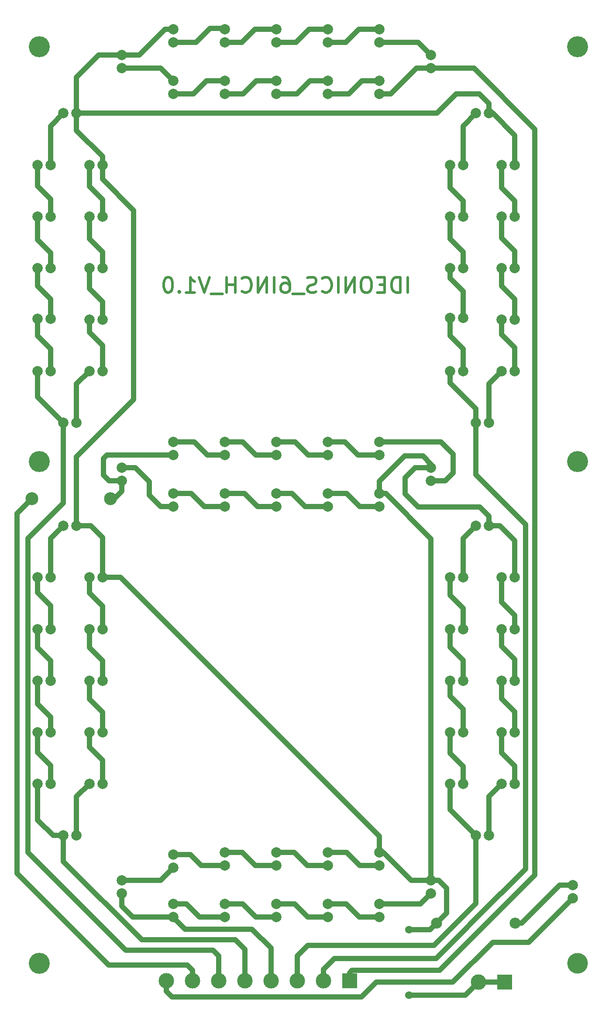
<source format=gbl>
G04 (created by PCBNEW (2013-07-07 BZR 4022)-stable) date 2/5/2016 12:24:54 PM*
%MOIN*%
G04 Gerber Fmt 3.4, Leading zero omitted, Abs format*
%FSLAX34Y34*%
G01*
G70*
G90*
G04 APERTURE LIST*
%ADD10C,0.00590551*%
%ADD11C,0.019685*%
%ADD12C,0.0787*%
%ADD13C,0.0843701*%
%ADD14C,0.0984252*%
%ADD15C,0.16*%
%ADD16C,0.15748*%
%ADD17R,0.1181X0.1181*%
%ADD18C,0.1181*%
%ADD19C,0.06*%
%ADD20C,0.0393701*%
G04 APERTURE END LIST*
G54D10*
G54D11*
X41880Y-32578D02*
X41880Y-31396D01*
X41317Y-32578D02*
X41317Y-31396D01*
X41036Y-31396D01*
X40867Y-31453D01*
X40755Y-31565D01*
X40698Y-31678D01*
X40642Y-31903D01*
X40642Y-32071D01*
X40698Y-32296D01*
X40755Y-32409D01*
X40867Y-32521D01*
X41036Y-32578D01*
X41317Y-32578D01*
X40136Y-31959D02*
X39742Y-31959D01*
X39574Y-32578D02*
X40136Y-32578D01*
X40136Y-31396D01*
X39574Y-31396D01*
X38842Y-31396D02*
X38617Y-31396D01*
X38505Y-31453D01*
X38393Y-31565D01*
X38336Y-31790D01*
X38336Y-32184D01*
X38393Y-32409D01*
X38505Y-32521D01*
X38617Y-32578D01*
X38842Y-32578D01*
X38955Y-32521D01*
X39067Y-32409D01*
X39124Y-32184D01*
X39124Y-31790D01*
X39067Y-31565D01*
X38955Y-31453D01*
X38842Y-31396D01*
X37830Y-32578D02*
X37830Y-31396D01*
X37155Y-32578D01*
X37155Y-31396D01*
X36593Y-32578D02*
X36593Y-31396D01*
X35355Y-32465D02*
X35412Y-32521D01*
X35580Y-32578D01*
X35693Y-32578D01*
X35862Y-32521D01*
X35974Y-32409D01*
X36030Y-32296D01*
X36087Y-32071D01*
X36087Y-31903D01*
X36030Y-31678D01*
X35974Y-31565D01*
X35862Y-31453D01*
X35693Y-31396D01*
X35580Y-31396D01*
X35412Y-31453D01*
X35355Y-31509D01*
X34905Y-32521D02*
X34737Y-32578D01*
X34456Y-32578D01*
X34343Y-32521D01*
X34287Y-32465D01*
X34231Y-32353D01*
X34231Y-32240D01*
X34287Y-32128D01*
X34343Y-32071D01*
X34456Y-32015D01*
X34680Y-31959D01*
X34793Y-31903D01*
X34849Y-31846D01*
X34905Y-31734D01*
X34905Y-31621D01*
X34849Y-31509D01*
X34793Y-31453D01*
X34680Y-31396D01*
X34399Y-31396D01*
X34231Y-31453D01*
X34006Y-32690D02*
X33106Y-32690D01*
X32318Y-31396D02*
X32543Y-31396D01*
X32656Y-31453D01*
X32712Y-31509D01*
X32824Y-31678D01*
X32881Y-31903D01*
X32881Y-32353D01*
X32824Y-32465D01*
X32768Y-32521D01*
X32656Y-32578D01*
X32431Y-32578D01*
X32318Y-32521D01*
X32262Y-32465D01*
X32206Y-32353D01*
X32206Y-32071D01*
X32262Y-31959D01*
X32318Y-31903D01*
X32431Y-31846D01*
X32656Y-31846D01*
X32768Y-31903D01*
X32824Y-31959D01*
X32881Y-32071D01*
X31700Y-32578D02*
X31700Y-31396D01*
X31137Y-32578D02*
X31137Y-31396D01*
X30462Y-32578D01*
X30462Y-31396D01*
X29225Y-32465D02*
X29281Y-32521D01*
X29450Y-32578D01*
X29562Y-32578D01*
X29731Y-32521D01*
X29844Y-32409D01*
X29900Y-32296D01*
X29956Y-32071D01*
X29956Y-31903D01*
X29900Y-31678D01*
X29844Y-31565D01*
X29731Y-31453D01*
X29562Y-31396D01*
X29450Y-31396D01*
X29281Y-31453D01*
X29225Y-31509D01*
X28719Y-32578D02*
X28719Y-31396D01*
X28719Y-31959D02*
X28044Y-31959D01*
X28044Y-32578D02*
X28044Y-31396D01*
X27763Y-32690D02*
X26863Y-32690D01*
X26750Y-31396D02*
X26357Y-32578D01*
X25963Y-31396D01*
X24950Y-32578D02*
X25625Y-32578D01*
X25288Y-32578D02*
X25288Y-31396D01*
X25400Y-31565D01*
X25513Y-31678D01*
X25625Y-31734D01*
X24444Y-32465D02*
X24388Y-32521D01*
X24444Y-32578D01*
X24501Y-32521D01*
X24444Y-32465D01*
X24444Y-32578D01*
X23657Y-31396D02*
X23544Y-31396D01*
X23432Y-31453D01*
X23376Y-31509D01*
X23319Y-31621D01*
X23263Y-31846D01*
X23263Y-32128D01*
X23319Y-32353D01*
X23376Y-32465D01*
X23432Y-32521D01*
X23544Y-32578D01*
X23657Y-32578D01*
X23769Y-32521D01*
X23826Y-32465D01*
X23882Y-32353D01*
X23938Y-32128D01*
X23938Y-31846D01*
X23882Y-31621D01*
X23826Y-31509D01*
X23769Y-31453D01*
X23657Y-31396D01*
G54D12*
X14638Y-62198D03*
X13638Y-62198D03*
X18575Y-30702D03*
X17575Y-30702D03*
X18575Y-26765D03*
X17575Y-26765D03*
X16607Y-74009D03*
X15607Y-74009D03*
X16607Y-50387D03*
X15607Y-50387D03*
X18575Y-66135D03*
X17575Y-66135D03*
X18575Y-62198D03*
X17575Y-62198D03*
X18575Y-58261D03*
X17575Y-58261D03*
X18575Y-54324D03*
X17575Y-54324D03*
X14638Y-66135D03*
X13638Y-66135D03*
X18575Y-38576D03*
X17575Y-38576D03*
X14638Y-58261D03*
X13638Y-58261D03*
X14638Y-54324D03*
X13638Y-54324D03*
X43666Y-14454D03*
X43666Y-15454D03*
X23981Y-12485D03*
X23981Y-13485D03*
X20044Y-14454D03*
X20044Y-15454D03*
X31855Y-12485D03*
X31855Y-13485D03*
X35792Y-12485D03*
X35792Y-13485D03*
X35792Y-43981D03*
X35792Y-44981D03*
X20044Y-45950D03*
X20044Y-46950D03*
X43666Y-45950D03*
X43666Y-46950D03*
X39729Y-47918D03*
X39729Y-48918D03*
X35792Y-47918D03*
X35792Y-48918D03*
X31855Y-47918D03*
X31855Y-48918D03*
X27918Y-47918D03*
X27918Y-48918D03*
X27918Y-43981D03*
X27918Y-44981D03*
X31855Y-43981D03*
X31855Y-44981D03*
X18575Y-34639D03*
X17575Y-34639D03*
X39729Y-43981D03*
X39729Y-44981D03*
X14638Y-38576D03*
X13638Y-38576D03*
X18575Y-22828D03*
X17575Y-22828D03*
X16607Y-18891D03*
X15607Y-18891D03*
X14638Y-26765D03*
X13638Y-26765D03*
X14638Y-22828D03*
X13638Y-22828D03*
X14638Y-30702D03*
X13638Y-30702D03*
X27918Y-12485D03*
X27918Y-13485D03*
X27918Y-75320D03*
X27918Y-76320D03*
X46134Y-62198D03*
X45134Y-62198D03*
X46134Y-70072D03*
X45134Y-70072D03*
X50071Y-70072D03*
X49071Y-70072D03*
X50071Y-66135D03*
X49071Y-66135D03*
X50071Y-62198D03*
X49071Y-62198D03*
X39729Y-75320D03*
X39729Y-76320D03*
X35792Y-75320D03*
X35792Y-76320D03*
X31855Y-75320D03*
X31855Y-76320D03*
X35792Y-16422D03*
X35792Y-17422D03*
X27918Y-79257D03*
X27918Y-80257D03*
X31855Y-79257D03*
X31855Y-80257D03*
X35792Y-79257D03*
X35792Y-80257D03*
X39729Y-79257D03*
X39729Y-80257D03*
X20044Y-77446D03*
X20044Y-78446D03*
X43666Y-77446D03*
X43666Y-78446D03*
X50071Y-58261D03*
X49071Y-58261D03*
X50071Y-22828D03*
X49071Y-22828D03*
X46134Y-58261D03*
X45134Y-58261D03*
X31855Y-16422D03*
X31855Y-17422D03*
X27918Y-16422D03*
X27918Y-17422D03*
X23981Y-16422D03*
X23981Y-17422D03*
X46134Y-38576D03*
X45134Y-38576D03*
X46134Y-30702D03*
X45134Y-30702D03*
X46134Y-26765D03*
X45134Y-26765D03*
X46134Y-22828D03*
X45134Y-22828D03*
X48103Y-18891D03*
X47103Y-18891D03*
X50071Y-38576D03*
X49071Y-38576D03*
X50071Y-34639D03*
X49071Y-34639D03*
X50071Y-30702D03*
X49071Y-30702D03*
X50071Y-26765D03*
X49071Y-26765D03*
X50071Y-54324D03*
X49071Y-54324D03*
X48103Y-50387D03*
X47103Y-50387D03*
X46134Y-54324D03*
X45134Y-54324D03*
X54500Y-77800D03*
X54500Y-78800D03*
G54D13*
X44100Y-80700D03*
X50100Y-80700D03*
G54D12*
X14638Y-70072D03*
X13638Y-70072D03*
X18575Y-70072D03*
X17575Y-70072D03*
X16607Y-42513D03*
X15607Y-42513D03*
X14638Y-34560D03*
X13638Y-34560D03*
X23981Y-47918D03*
X23981Y-48918D03*
X23981Y-43981D03*
X23981Y-44981D03*
X39729Y-16422D03*
X39729Y-17422D03*
X39729Y-12485D03*
X39729Y-13485D03*
X46134Y-34521D03*
X45134Y-34521D03*
X48103Y-42513D03*
X47103Y-42513D03*
X48103Y-74009D03*
X47103Y-74009D03*
X46134Y-66135D03*
X45134Y-66135D03*
X23981Y-79257D03*
X23981Y-80257D03*
X23981Y-75477D03*
X23981Y-76477D03*
G54D14*
X13200Y-48300D03*
X19200Y-48300D03*
G54D15*
X13750Y-13800D03*
X54850Y-13800D03*
G54D16*
X54850Y-83762D03*
G54D15*
X13750Y-83762D03*
G54D17*
X37450Y-85100D03*
G54D18*
X31450Y-85100D03*
X29450Y-85100D03*
X27450Y-85100D03*
X25450Y-85100D03*
X23450Y-85100D03*
X33450Y-85100D03*
X35450Y-85100D03*
G54D17*
X49300Y-85200D03*
G54D18*
X47300Y-85200D03*
G54D19*
X42000Y-86225D03*
X42000Y-81225D03*
G54D15*
X54850Y-45475D03*
X13750Y-45475D03*
G54D20*
X42000Y-81225D02*
X43575Y-81225D01*
X43575Y-81225D02*
X44100Y-80700D01*
X43666Y-77446D02*
X44246Y-77446D01*
X44850Y-79950D02*
X44100Y-80700D01*
X44850Y-78050D02*
X44850Y-79950D01*
X44246Y-77446D02*
X44850Y-78050D01*
X43666Y-77446D02*
X43666Y-51366D01*
X40218Y-47918D02*
X39729Y-47918D01*
X43666Y-51366D02*
X40218Y-47918D01*
X39729Y-75320D02*
X40020Y-75320D01*
X42146Y-77446D02*
X43666Y-77446D01*
X40020Y-75320D02*
X42146Y-77446D01*
X18575Y-54324D02*
X19974Y-54324D01*
X39729Y-74079D02*
X39729Y-75320D01*
X19974Y-54324D02*
X39729Y-74079D01*
X43666Y-45950D02*
X42449Y-45950D01*
X48103Y-49653D02*
X48103Y-50387D01*
X47400Y-48950D02*
X48103Y-49653D01*
X42700Y-48950D02*
X47400Y-48950D01*
X41700Y-47950D02*
X42700Y-48950D01*
X41700Y-46700D02*
X41700Y-47950D01*
X42449Y-45950D02*
X41700Y-46700D01*
X16607Y-50387D02*
X16607Y-45092D01*
X18575Y-23925D02*
X18575Y-22828D01*
X20950Y-26300D02*
X18575Y-23925D01*
X20950Y-40750D02*
X20950Y-26300D01*
X16607Y-45092D02*
X20950Y-40750D01*
X16607Y-18891D02*
X44108Y-18891D01*
X48103Y-18153D02*
X48103Y-18891D01*
X47350Y-17400D02*
X48103Y-18153D01*
X45600Y-17400D02*
X47350Y-17400D01*
X44108Y-18891D02*
X45600Y-17400D01*
X16607Y-18891D02*
X16607Y-20207D01*
X18575Y-22175D02*
X18575Y-22828D01*
X16607Y-20207D02*
X18575Y-22175D01*
X43666Y-45950D02*
X43666Y-45666D01*
X39729Y-46970D02*
X39729Y-47918D01*
X41650Y-45050D02*
X39729Y-46970D01*
X43050Y-45050D02*
X41650Y-45050D01*
X43666Y-45666D02*
X43050Y-45050D01*
X48103Y-50387D02*
X48937Y-50387D01*
X48937Y-50387D02*
X50071Y-51521D01*
X50071Y-51521D02*
X50071Y-54324D01*
X20044Y-14454D02*
X21395Y-14454D01*
X23364Y-12485D02*
X23981Y-12485D01*
X21395Y-14454D02*
X23364Y-12485D01*
X16607Y-18891D02*
X16607Y-16142D01*
X18295Y-14454D02*
X20044Y-14454D01*
X16607Y-16142D02*
X18295Y-14454D01*
X48103Y-18891D02*
X48391Y-18891D01*
X50071Y-20571D02*
X50071Y-22828D01*
X48391Y-18891D02*
X50071Y-20571D01*
X16607Y-50387D02*
X17687Y-50387D01*
X18575Y-51275D02*
X18575Y-54324D01*
X17687Y-50387D02*
X18575Y-51275D01*
X47300Y-85200D02*
X49300Y-85200D01*
X42000Y-86225D02*
X46275Y-86225D01*
X46275Y-86225D02*
X47300Y-85200D01*
X23450Y-85100D02*
X23450Y-85925D01*
X51125Y-82175D02*
X54500Y-78800D01*
X48375Y-82175D02*
X51125Y-82175D01*
X45325Y-85225D02*
X48375Y-82175D01*
X39475Y-85225D02*
X45325Y-85225D01*
X38350Y-86350D02*
X39475Y-85225D01*
X23875Y-86350D02*
X38350Y-86350D01*
X23450Y-85925D02*
X23875Y-86350D01*
X19200Y-48300D02*
X19500Y-48300D01*
X20044Y-47755D02*
X20044Y-46950D01*
X19500Y-48300D02*
X20044Y-47755D01*
X20044Y-46950D02*
X19100Y-46950D01*
X18918Y-44981D02*
X23981Y-44981D01*
X18650Y-45250D02*
X18918Y-44981D01*
X18650Y-46500D02*
X18650Y-45250D01*
X19100Y-46950D02*
X18650Y-46500D01*
X37450Y-85100D02*
X37450Y-84500D01*
X46954Y-15454D02*
X43666Y-15454D01*
X51600Y-20100D02*
X46954Y-15454D01*
X51600Y-77050D02*
X51600Y-20100D01*
X44325Y-84325D02*
X51600Y-77050D01*
X37625Y-84325D02*
X44325Y-84325D01*
X37450Y-84500D02*
X37625Y-84325D01*
X43666Y-15454D02*
X42545Y-15454D01*
X42545Y-15454D02*
X40577Y-17422D01*
X40577Y-17422D02*
X39729Y-17422D01*
X35450Y-85100D02*
X35450Y-84250D01*
X47103Y-46478D02*
X47103Y-42513D01*
X50900Y-50275D02*
X47103Y-46478D01*
X50900Y-76575D02*
X50900Y-50275D01*
X49025Y-78450D02*
X50900Y-76575D01*
X49000Y-78450D02*
X49025Y-78450D01*
X44050Y-83400D02*
X49000Y-78450D01*
X36300Y-83400D02*
X44050Y-83400D01*
X35450Y-84250D02*
X36300Y-83400D01*
X47103Y-42513D02*
X47103Y-41453D01*
X45134Y-39484D02*
X45134Y-38576D01*
X47103Y-41453D02*
X45134Y-39484D01*
X33450Y-85100D02*
X33450Y-83200D01*
X47103Y-79196D02*
X47103Y-74009D01*
X43900Y-82400D02*
X47103Y-79196D01*
X34250Y-82400D02*
X43900Y-82400D01*
X33450Y-83200D02*
X34250Y-82400D01*
X45134Y-70072D02*
X45134Y-72040D01*
X45134Y-72040D02*
X47103Y-74009D01*
X23981Y-80257D02*
X23981Y-80281D01*
X31450Y-82625D02*
X31450Y-85100D01*
X30000Y-81175D02*
X31450Y-82625D01*
X24875Y-81175D02*
X30000Y-81175D01*
X23981Y-80281D02*
X24875Y-81175D01*
X20044Y-78446D02*
X20044Y-79394D01*
X20907Y-80257D02*
X23981Y-80257D01*
X20044Y-79394D02*
X20907Y-80257D01*
X29450Y-85100D02*
X29450Y-82700D01*
X15607Y-76007D02*
X15607Y-74009D01*
X21575Y-81975D02*
X15607Y-76007D01*
X28725Y-81975D02*
X21575Y-81975D01*
X29450Y-82700D02*
X28725Y-81975D01*
X15607Y-74009D02*
X14809Y-74009D01*
X13638Y-72838D02*
X13638Y-70072D01*
X14809Y-74009D02*
X13638Y-72838D01*
X27450Y-85100D02*
X27450Y-83200D01*
X15607Y-48642D02*
X15607Y-42513D01*
X12900Y-51350D02*
X15607Y-48642D01*
X12900Y-75325D02*
X12900Y-51350D01*
X20350Y-82775D02*
X12900Y-75325D01*
X27025Y-82775D02*
X20350Y-82775D01*
X27450Y-83200D02*
X27025Y-82775D01*
X13638Y-38576D02*
X13638Y-40544D01*
X13638Y-40544D02*
X15607Y-42513D01*
X25450Y-85100D02*
X25450Y-84300D01*
X12050Y-49450D02*
X13200Y-48300D01*
X12050Y-76900D02*
X12050Y-49450D01*
X19050Y-83900D02*
X12050Y-76900D01*
X25050Y-83900D02*
X19050Y-83900D01*
X25450Y-84300D02*
X25050Y-83900D01*
X45134Y-62198D02*
X45134Y-63384D01*
X46134Y-64384D02*
X46134Y-66135D01*
X45134Y-63384D02*
X46134Y-64384D01*
X39729Y-79257D02*
X42855Y-79257D01*
X42855Y-79257D02*
X43666Y-78446D01*
X48103Y-74009D02*
X48103Y-71040D01*
X48103Y-71040D02*
X49071Y-70072D01*
X50071Y-70072D02*
X50071Y-68721D01*
X49071Y-67721D02*
X49071Y-66135D01*
X50071Y-68721D02*
X49071Y-67721D01*
X49071Y-62198D02*
X49071Y-63571D01*
X50071Y-64571D02*
X50071Y-66135D01*
X49071Y-63571D02*
X50071Y-64571D01*
X45134Y-54324D02*
X45134Y-55684D01*
X46134Y-56684D02*
X46134Y-58261D01*
X45134Y-55684D02*
X46134Y-56684D01*
X46134Y-54324D02*
X46134Y-51355D01*
X46134Y-51355D02*
X47103Y-50387D01*
X49071Y-58261D02*
X49071Y-59571D01*
X50071Y-60571D02*
X50071Y-62198D01*
X49071Y-59571D02*
X50071Y-60571D01*
X49071Y-54324D02*
X49071Y-56221D01*
X50071Y-57221D02*
X50071Y-58261D01*
X49071Y-56221D02*
X50071Y-57221D01*
X14638Y-62198D02*
X14638Y-60688D01*
X13638Y-59688D02*
X13638Y-58261D01*
X14638Y-60688D02*
X13638Y-59688D01*
X13638Y-22828D02*
X13638Y-24438D01*
X14638Y-25438D02*
X14638Y-26765D01*
X13638Y-24438D02*
X14638Y-25438D01*
X31855Y-79257D02*
X33257Y-79257D01*
X34257Y-80257D02*
X35792Y-80257D01*
X33257Y-79257D02*
X34257Y-80257D01*
X18575Y-34639D02*
X18575Y-33275D01*
X17575Y-32275D02*
X17575Y-30702D01*
X18575Y-33275D02*
X17575Y-32275D01*
X18575Y-38576D02*
X18575Y-36625D01*
X17575Y-35625D02*
X17575Y-34639D01*
X18575Y-36625D02*
X17575Y-35625D01*
X13638Y-26765D02*
X13638Y-28538D01*
X14638Y-29538D02*
X14638Y-30702D01*
X13638Y-28538D02*
X14638Y-29538D01*
X13638Y-30702D02*
X13638Y-32088D01*
X14638Y-33088D02*
X14638Y-34560D01*
X13638Y-32088D02*
X14638Y-33088D01*
X16607Y-42513D02*
X16607Y-39544D01*
X16607Y-39544D02*
X17575Y-38576D01*
X14638Y-70072D02*
X14638Y-68688D01*
X13638Y-67688D02*
X13638Y-66135D01*
X14638Y-68688D02*
X13638Y-67688D01*
X17575Y-62198D02*
X17575Y-63625D01*
X18575Y-64625D02*
X18575Y-66135D01*
X17575Y-63625D02*
X18575Y-64625D01*
X14638Y-66135D02*
X14638Y-64988D01*
X13638Y-63988D02*
X13638Y-62198D01*
X14638Y-64988D02*
X13638Y-63988D01*
X17575Y-58261D02*
X17575Y-59675D01*
X18575Y-60675D02*
X18575Y-62198D01*
X17575Y-59675D02*
X18575Y-60675D01*
X17575Y-54324D02*
X17575Y-55525D01*
X18575Y-56525D02*
X18575Y-58261D01*
X17575Y-55525D02*
X18575Y-56525D01*
X30307Y-80257D02*
X31855Y-80257D01*
X29307Y-79257D02*
X30307Y-80257D01*
X27918Y-79257D02*
X29307Y-79257D01*
X13638Y-54324D02*
X13638Y-55488D01*
X14638Y-56488D02*
X14638Y-58261D01*
X13638Y-55488D02*
X14638Y-56488D01*
X14638Y-54324D02*
X14638Y-51355D01*
X14638Y-51355D02*
X15607Y-50387D01*
X35792Y-79257D02*
X37207Y-79257D01*
X38207Y-80257D02*
X39729Y-80257D01*
X37207Y-79257D02*
X38207Y-80257D01*
X20044Y-15454D02*
X23012Y-15454D01*
X23012Y-15454D02*
X23981Y-16422D01*
X48103Y-42513D02*
X48103Y-39544D01*
X48103Y-39544D02*
X49071Y-38576D01*
X46134Y-34521D02*
X46134Y-32484D01*
X45134Y-31484D02*
X45134Y-30702D01*
X46134Y-32484D02*
X45134Y-31484D01*
X35792Y-13485D02*
X37164Y-13485D01*
X38164Y-12485D02*
X39729Y-12485D01*
X37164Y-13485D02*
X38164Y-12485D01*
X35792Y-17422D02*
X37377Y-17422D01*
X38377Y-16422D02*
X39729Y-16422D01*
X37377Y-17422D02*
X38377Y-16422D01*
X23981Y-43981D02*
X25581Y-43981D01*
X26581Y-44981D02*
X27918Y-44981D01*
X25581Y-43981D02*
X26581Y-44981D01*
X49071Y-22828D02*
X49071Y-24571D01*
X49071Y-24571D02*
X50071Y-25571D01*
X50071Y-25571D02*
X50071Y-26765D01*
X23981Y-79257D02*
X25007Y-79257D01*
X26007Y-80257D02*
X27918Y-80257D01*
X25007Y-79257D02*
X26007Y-80257D01*
X46134Y-22828D02*
X46134Y-19859D01*
X46134Y-19859D02*
X47103Y-18891D01*
X46134Y-26765D02*
X46134Y-25584D01*
X46134Y-25584D02*
X45134Y-24584D01*
X45134Y-24584D02*
X45134Y-22828D01*
X46134Y-30702D02*
X46134Y-29484D01*
X46134Y-29484D02*
X45134Y-28484D01*
X45134Y-28484D02*
X45134Y-26765D01*
X49071Y-34639D02*
X49071Y-35771D01*
X50071Y-36771D02*
X50071Y-38576D01*
X49071Y-35771D02*
X50071Y-36771D01*
X49071Y-30702D02*
X49071Y-32071D01*
X50071Y-33071D02*
X50071Y-34639D01*
X49071Y-32071D02*
X50071Y-33071D01*
X49071Y-26765D02*
X49071Y-28421D01*
X49071Y-28421D02*
X50071Y-29421D01*
X50071Y-29421D02*
X50071Y-30702D01*
X14638Y-22828D02*
X14638Y-19859D01*
X14638Y-19859D02*
X15607Y-18891D01*
X31855Y-17422D02*
X33427Y-17422D01*
X34427Y-16422D02*
X35792Y-16422D01*
X33427Y-17422D02*
X34427Y-16422D01*
X31855Y-13485D02*
X33364Y-13485D01*
X34364Y-12485D02*
X35792Y-12485D01*
X33364Y-13485D02*
X34364Y-12485D01*
X27918Y-13485D02*
X29214Y-13485D01*
X30214Y-12485D02*
X31855Y-12485D01*
X29214Y-13485D02*
X30214Y-12485D01*
X23981Y-75477D02*
X25277Y-75477D01*
X26120Y-76320D02*
X27918Y-76320D01*
X25277Y-75477D02*
X26120Y-76320D01*
X27918Y-17422D02*
X29327Y-17422D01*
X30327Y-16422D02*
X31855Y-16422D01*
X29327Y-17422D02*
X30327Y-16422D01*
X23981Y-17422D02*
X25527Y-17422D01*
X26527Y-16422D02*
X27918Y-16422D01*
X25527Y-17422D02*
X26527Y-16422D01*
X23981Y-13485D02*
X25714Y-13485D01*
X27832Y-12400D02*
X27918Y-12485D01*
X26800Y-12400D02*
X27832Y-12400D01*
X25714Y-13485D02*
X26800Y-12400D01*
X46134Y-38576D02*
X46134Y-36884D01*
X45134Y-35884D02*
X45134Y-34521D01*
X46134Y-36884D02*
X45134Y-35884D01*
X20044Y-77446D02*
X23012Y-77446D01*
X23012Y-77446D02*
X23981Y-76477D01*
X46134Y-70072D02*
X46134Y-68734D01*
X45134Y-67734D02*
X45134Y-66135D01*
X46134Y-68734D02*
X45134Y-67734D01*
X39729Y-13485D02*
X42697Y-13485D01*
X42697Y-13485D02*
X43666Y-14454D01*
X23981Y-48918D02*
X23018Y-48918D01*
X21100Y-45950D02*
X20044Y-45950D01*
X22150Y-47000D02*
X21100Y-45950D01*
X22150Y-48050D02*
X22150Y-47000D01*
X23018Y-48918D02*
X22150Y-48050D01*
X27918Y-75320D02*
X29270Y-75320D01*
X30270Y-76320D02*
X31855Y-76320D01*
X29270Y-75320D02*
X30270Y-76320D01*
X13638Y-34560D02*
X13638Y-35888D01*
X14638Y-36888D02*
X14638Y-38576D01*
X13638Y-35888D02*
X14638Y-36888D01*
X16607Y-74009D02*
X16607Y-71040D01*
X16607Y-71040D02*
X17575Y-70072D01*
X35792Y-47918D02*
X37218Y-47918D01*
X38218Y-48918D02*
X39729Y-48918D01*
X37218Y-47918D02*
X38218Y-48918D01*
X31855Y-43981D02*
X33281Y-43981D01*
X34281Y-44981D02*
X35792Y-44981D01*
X33281Y-43981D02*
X34281Y-44981D01*
X35792Y-43981D02*
X37081Y-43981D01*
X38081Y-44981D02*
X39729Y-44981D01*
X37081Y-43981D02*
X38081Y-44981D01*
X39729Y-43981D02*
X44431Y-43981D01*
X44749Y-46950D02*
X43666Y-46950D01*
X45350Y-46350D02*
X44749Y-46950D01*
X45350Y-44900D02*
X45350Y-46350D01*
X44431Y-43981D02*
X45350Y-44900D01*
X31855Y-47918D02*
X33068Y-47918D01*
X34068Y-48918D02*
X35792Y-48918D01*
X33068Y-47918D02*
X34068Y-48918D01*
X27918Y-47918D02*
X29418Y-47918D01*
X30418Y-48918D02*
X31855Y-48918D01*
X29418Y-47918D02*
X30418Y-48918D01*
X31855Y-75320D02*
X33220Y-75320D01*
X34220Y-76320D02*
X35792Y-76320D01*
X33220Y-75320D02*
X34220Y-76320D01*
X27918Y-43981D02*
X29281Y-43981D01*
X30281Y-44981D02*
X31855Y-44981D01*
X29281Y-43981D02*
X30281Y-44981D01*
X18575Y-30702D02*
X18575Y-29475D01*
X17575Y-28475D02*
X17575Y-26765D01*
X18575Y-29475D02*
X17575Y-28475D01*
X18575Y-26765D02*
X18575Y-25475D01*
X17575Y-24475D02*
X17575Y-22828D01*
X18575Y-25475D02*
X17575Y-24475D01*
X17575Y-66135D02*
X17575Y-67275D01*
X18575Y-68275D02*
X18575Y-70072D01*
X17575Y-67275D02*
X18575Y-68275D01*
X23981Y-47918D02*
X25368Y-47918D01*
X26368Y-48918D02*
X27918Y-48918D01*
X25368Y-47918D02*
X26368Y-48918D01*
X50100Y-80700D02*
X50600Y-80700D01*
X53500Y-77800D02*
X54500Y-77800D01*
X50600Y-80700D02*
X53500Y-77800D01*
X35792Y-75320D02*
X37220Y-75320D01*
X38220Y-76320D02*
X39729Y-76320D01*
X37220Y-75320D02*
X38220Y-76320D01*
X45134Y-58261D02*
X45134Y-59634D01*
X46134Y-60634D02*
X46134Y-62198D01*
X45134Y-59634D02*
X46134Y-60634D01*
M02*

</source>
